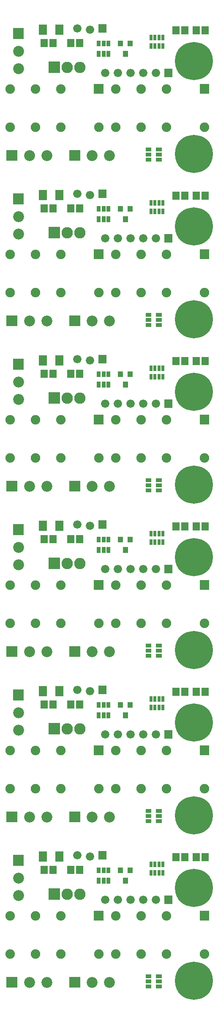
<source format=gbr>
G04 start of page 7 for group -4063 idx -4063 *
G04 Title: (unknown), componentmask *
G04 Creator: pcb 20140316 *
G04 CreationDate: Mon 23 Jul 2018 02:23:11 AM GMT UTC *
G04 For: railfan *
G04 Format: Gerber/RS-274X *
G04 PCB-Dimensions (mil): 1700.00 7700.00 *
G04 PCB-Coordinate-Origin: lower left *
%MOIN*%
%FSLAX25Y25*%
%LNTOPMASK*%
%ADD65R,0.0610X0.0610*%
%ADD64R,0.0572X0.0572*%
%ADD63R,0.0300X0.0300*%
%ADD62R,0.0227X0.0227*%
%ADD61R,0.0400X0.0400*%
%ADD60C,0.0900*%
%ADD59C,0.0860*%
%ADD58C,0.2997*%
%ADD57C,0.0660*%
%ADD56C,0.0001*%
%ADD55C,0.0750*%
G54D55*X91500Y557000D03*
X111500D03*
X78000D03*
G54D56*G36*
X77700Y507800D02*Y501200D01*
X84300D01*
Y507800D01*
X77700D01*
G37*
G54D57*X71000Y503500D03*
X61000Y504500D03*
G54D58*X153000Y536000D03*
G54D55*X131500Y557000D03*
X161500D03*
G54D58*X153000Y479000D03*
G54D56*G36*
X129700Y472800D02*Y466200D01*
X136300D01*
Y472800D01*
X129700D01*
G37*
G54D57*X123000Y469500D03*
G54D56*G36*
X157750Y460750D02*Y453250D01*
X165250D01*
Y460750D01*
X157750D01*
G37*
G54D55*X131500Y457000D03*
G54D56*G36*
X54755Y668973D02*Y660373D01*
X63355D01*
Y668973D01*
X54755D01*
G37*
G54D59*X72835Y664673D03*
X86614D03*
G54D55*X91500Y687000D03*
X78000D03*
X111500D03*
G54D57*X113000Y599500D03*
X103000D03*
X93000D03*
G54D59*X86614Y534673D03*
G54D57*X83000Y599500D03*
G54D56*G36*
X77700Y637800D02*Y631200D01*
X84300D01*
Y637800D01*
X77700D01*
G37*
G54D57*X71000Y633500D03*
X61000Y634500D03*
G54D55*X111500Y587000D03*
X91500D03*
G54D56*G36*
X74250Y590750D02*Y583250D01*
X81750D01*
Y590750D01*
X74250D01*
G37*
G54D58*X153000Y666000D03*
Y739000D03*
G54D56*G36*
X157750Y720750D02*Y713250D01*
X165250D01*
Y720750D01*
X157750D01*
G37*
G54D55*X161500Y687000D03*
G54D56*G36*
X129700Y732800D02*Y726200D01*
X136300D01*
Y732800D01*
X129700D01*
G37*
G54D55*X131500Y717000D03*
G54D57*X123000Y729500D03*
G54D55*X131500Y687000D03*
G54D58*X153000Y609000D03*
G54D56*G36*
X129700Y602800D02*Y596200D01*
X136300D01*
Y602800D01*
X129700D01*
G37*
G54D57*X123000Y599500D03*
G54D56*G36*
X157750Y590750D02*Y583250D01*
X165250D01*
Y590750D01*
X157750D01*
G37*
G54D55*X131500Y587000D03*
G54D56*G36*
X38500Y738500D02*Y729500D01*
X47500D01*
Y738500D01*
X38500D01*
G37*
G36*
X10373Y764745D02*Y756145D01*
X18973D01*
Y764745D01*
X10373D01*
G37*
G54D59*X14673Y746665D03*
Y732886D03*
G54D57*X113000Y729500D03*
X103000D03*
X93000D03*
G54D55*X111500Y717000D03*
X91500D03*
G54D60*X63000Y734000D03*
X53000D03*
G54D57*X83000Y729500D03*
G54D55*X48000Y717000D03*
X28000D03*
X8000D03*
G54D56*G36*
X74250Y720750D02*Y713250D01*
X81750D01*
Y720750D01*
X74250D01*
G37*
G36*
X77700Y767800D02*Y761200D01*
X84300D01*
Y767800D01*
X77700D01*
G37*
G54D57*X71000Y763500D03*
X61000Y764500D03*
G54D56*G36*
X5255Y668973D02*Y660373D01*
X13855D01*
Y668973D01*
X5255D01*
G37*
G54D55*X8000Y687000D03*
X28000D03*
G54D56*G36*
X54755Y538973D02*Y530373D01*
X63355D01*
Y538973D01*
X54755D01*
G37*
G54D60*X63000Y604000D03*
X53000D03*
G54D56*G36*
X38500Y608500D02*Y599500D01*
X47500D01*
Y608500D01*
X38500D01*
G37*
G54D55*X48000Y587000D03*
Y557000D03*
G54D59*X72835Y534673D03*
G54D56*G36*
X5255Y538973D02*Y530373D01*
X13855D01*
Y538973D01*
X5255D01*
G37*
G54D59*X23335Y534673D03*
X37114D03*
X23335Y664673D03*
X37114D03*
G54D55*X48000Y687000D03*
G54D56*G36*
X10373Y634745D02*Y626145D01*
X18973D01*
Y634745D01*
X10373D01*
G37*
G54D59*X14673Y616665D03*
G54D56*G36*
X10373Y504745D02*Y496145D01*
X18973D01*
Y504745D01*
X10373D01*
G37*
G54D59*X14673Y486665D03*
Y472886D03*
Y602886D03*
G54D55*X28000Y587000D03*
X8000D03*
Y557000D03*
X28000D03*
G54D56*G36*
X54755Y408973D02*Y400373D01*
X63355D01*
Y408973D01*
X54755D01*
G37*
G54D59*X72835Y404673D03*
X37114D03*
X86614D03*
G54D55*X91500Y427000D03*
X111500D03*
G54D57*X113000Y469500D03*
X103000D03*
X93000D03*
G54D55*X111500Y457000D03*
X91500D03*
G54D56*G36*
X74250Y460750D02*Y453250D01*
X81750D01*
Y460750D01*
X74250D01*
G37*
G54D55*X48000Y427000D03*
X78000D03*
G54D60*X63000Y474000D03*
G54D57*X83000Y469500D03*
G54D60*X53000Y474000D03*
G54D55*X48000Y457000D03*
X28000D03*
X8000D03*
G54D56*G36*
X38500Y478500D02*Y469500D01*
X47500D01*
Y478500D01*
X38500D01*
G37*
G36*
X5255Y408973D02*Y400373D01*
X13855D01*
Y408973D01*
X5255D01*
G37*
G54D59*X23335Y404673D03*
G54D55*X8000Y427000D03*
X28000D03*
G54D56*G36*
X10373Y374745D02*Y366145D01*
X18973D01*
Y374745D01*
X10373D01*
G37*
G54D59*X14673Y356665D03*
Y342886D03*
G54D57*X93000Y339500D03*
X83000D03*
G54D55*X91500Y327000D03*
G54D56*G36*
X74250Y330750D02*Y323250D01*
X81750D01*
Y330750D01*
X74250D01*
G37*
G36*
X77700Y377800D02*Y371200D01*
X84300D01*
Y377800D01*
X77700D01*
G37*
G54D57*X71000Y373500D03*
X61000Y374500D03*
G54D56*G36*
X54755Y278973D02*Y270373D01*
X63355D01*
Y278973D01*
X54755D01*
G37*
G54D60*X63000Y344000D03*
X53000D03*
G54D56*G36*
X38500Y348500D02*Y339500D01*
X47500D01*
Y348500D01*
X38500D01*
G37*
G54D55*X48000Y327000D03*
Y297000D03*
G54D59*X72835Y274673D03*
X86614D03*
G54D55*X91500Y297000D03*
X78000D03*
G54D56*G36*
X5255Y278973D02*Y270373D01*
X13855D01*
Y278973D01*
X5255D01*
G37*
G54D55*X8000Y297000D03*
G54D59*X23335Y274673D03*
G54D55*X28000Y297000D03*
G54D59*X37114Y274673D03*
G54D55*X28000Y327000D03*
X8000D03*
G54D58*X153000Y406000D03*
G54D55*X131500Y427000D03*
X161500D03*
G54D58*X153000Y349000D03*
G54D56*G36*
X157750Y330750D02*Y323250D01*
X165250D01*
Y330750D01*
X157750D01*
G37*
G54D55*X131500Y327000D03*
G54D56*G36*
X129700Y342800D02*Y336200D01*
X136300D01*
Y342800D01*
X129700D01*
G37*
G54D57*X123000Y339500D03*
X113000D03*
X103000D03*
G54D58*X153000Y276000D03*
G54D55*X111500Y327000D03*
Y297000D03*
X131500D03*
X161500D03*
G54D58*X153000Y219000D03*
G54D56*G36*
X157750Y200750D02*Y193250D01*
X165250D01*
Y200750D01*
X157750D01*
G37*
G36*
X129700Y212800D02*Y206200D01*
X136300D01*
Y212800D01*
X129700D01*
G37*
G54D57*X123000Y209500D03*
X113000D03*
X103000D03*
G54D55*X131500Y197000D03*
X111500D03*
G54D60*X53000Y214000D03*
G54D55*X48000Y197000D03*
X28000D03*
G54D57*X83000Y209500D03*
G54D56*G36*
X74250Y200750D02*Y193250D01*
X81750D01*
Y200750D01*
X74250D01*
G37*
G36*
X77700Y247800D02*Y241200D01*
X84300D01*
Y247800D01*
X77700D01*
G37*
G54D57*X71000Y243500D03*
G54D56*G36*
X10373Y244745D02*Y236145D01*
X18973D01*
Y244745D01*
X10373D01*
G37*
G54D59*X14673Y226665D03*
Y212886D03*
G54D55*X8000Y197000D03*
G54D56*G36*
X54755Y148973D02*Y140373D01*
X63355D01*
Y148973D01*
X54755D01*
G37*
G36*
X5255D02*Y140373D01*
X13855D01*
Y148973D01*
X5255D01*
G37*
G54D59*X23335Y144673D03*
X37114D03*
X72835D03*
X86614D03*
G54D58*X153000Y146000D03*
G54D55*X91500Y167000D03*
X8000D03*
X28000D03*
X48000D03*
X78000D03*
X111500D03*
X131500D03*
X161500D03*
G54D60*X63000Y214000D03*
G54D57*X61000Y244500D03*
G54D56*G36*
X38500Y218500D02*Y209500D01*
X47500D01*
Y218500D01*
X38500D01*
G37*
G36*
Y88500D02*Y79500D01*
X47500D01*
Y88500D01*
X38500D01*
G37*
G54D55*X48000Y67000D03*
G54D57*X93000Y209500D03*
G54D55*X91500Y197000D03*
G54D56*G36*
X77700Y117800D02*Y111200D01*
X84300D01*
Y117800D01*
X77700D01*
G37*
G36*
X54755Y18973D02*Y10373D01*
X63355D01*
Y18973D01*
X54755D01*
G37*
G54D59*X72835Y14673D03*
G54D60*X63000Y84000D03*
X53000D03*
G54D57*X71000Y113500D03*
X61000Y114500D03*
G54D58*X153000Y16000D03*
Y89000D03*
G54D56*G36*
X157750Y70750D02*Y63250D01*
X165250D01*
Y70750D01*
X157750D01*
G37*
G36*
X129700Y82800D02*Y76200D01*
X136300D01*
Y82800D01*
X129700D01*
G37*
G54D57*X123000Y79500D03*
X113000D03*
X103000D03*
G54D55*X131500Y67000D03*
X111500D03*
Y37000D03*
X131500D03*
X161500D03*
G54D56*G36*
X10373Y114745D02*Y106145D01*
X18973D01*
Y114745D01*
X10373D01*
G37*
G54D59*X14673Y96665D03*
Y82886D03*
G54D55*X28000Y67000D03*
X8000D03*
G54D59*X86614Y14673D03*
G54D55*X91500Y37000D03*
X78000D03*
G54D56*G36*
X5255Y18973D02*Y10373D01*
X13855D01*
Y18973D01*
X5255D01*
G37*
G54D59*X23335Y14673D03*
X37114D03*
G54D55*X8000Y37000D03*
X28000D03*
X48000D03*
G54D57*X93000Y79500D03*
X83000D03*
G54D55*X91500Y67000D03*
G54D56*G36*
X74250Y70750D02*Y63250D01*
X81750D01*
Y70750D01*
X74250D01*
G37*
G54D61*X102900Y623000D02*Y622400D01*
G54D62*X119276Y621587D02*Y619717D01*
X122425Y621587D02*Y619717D01*
X125575Y621587D02*Y619717D01*
X128724Y621587D02*Y619717D01*
G54D61*X95100Y623000D02*Y622400D01*
X99000Y614800D02*Y614200D01*
G54D63*X124700Y661500D02*X126300D01*
X124700Y665400D02*X126300D01*
X124700Y669300D02*X126300D01*
X116500D02*X118100D01*
X116500Y665400D02*X118100D01*
X116500Y661500D02*X118100D01*
G54D64*X154957Y633393D02*Y632607D01*
X162043Y633393D02*Y632607D01*
X146043Y633393D02*Y632607D01*
X138957Y633393D02*Y632607D01*
G54D62*X128724Y628283D02*Y626413D01*
X125575Y628283D02*Y626413D01*
X122425Y628283D02*Y626413D01*
X119276Y628283D02*Y626413D01*
G54D64*X63000Y623393D02*Y622607D01*
X55914Y623393D02*Y622607D01*
X42043Y623393D02*Y622607D01*
G54D65*X47000Y634500D02*Y632500D01*
G54D64*X34957Y623393D02*Y622607D01*
G54D65*X34000Y634500D02*Y632500D01*
G54D63*X78000Y615300D02*Y613700D01*
X81900Y615300D02*Y613700D01*
X85800Y615300D02*Y613700D01*
Y623500D02*Y621900D01*
X81900Y623500D02*Y621900D01*
X78000Y623500D02*Y621900D01*
G54D61*X102900Y753000D02*Y752400D01*
X95100Y753000D02*Y752400D01*
X99000Y744800D02*Y744200D01*
G54D64*X63000Y753393D02*Y752607D01*
X55914Y753393D02*Y752607D01*
X42043Y753393D02*Y752607D01*
X34957Y753393D02*Y752607D01*
G54D65*X34000Y764500D02*Y762500D01*
X47000Y764500D02*Y762500D01*
G54D64*X154957Y763393D02*Y762607D01*
X162043Y763393D02*Y762607D01*
X146043Y763393D02*Y762607D01*
X138957Y763393D02*Y762607D01*
G54D62*X128724Y758283D02*Y756413D01*
X125575Y758283D02*Y756413D01*
X122425Y758283D02*Y756413D01*
X119276Y758283D02*Y756413D01*
Y751587D02*Y749717D01*
X122425Y751587D02*Y749717D01*
X125575Y751587D02*Y749717D01*
X128724Y751587D02*Y749717D01*
G54D63*X78000Y745300D02*Y743700D01*
X81900Y745300D02*Y743700D01*
X85800Y745300D02*Y743700D01*
Y753500D02*Y751900D01*
X81900Y753500D02*Y751900D01*
X78000Y753500D02*Y751900D01*
X124700Y531500D02*X126300D01*
X124700Y535400D02*X126300D01*
X124700Y539300D02*X126300D01*
X116500D02*X118100D01*
X116500Y535400D02*X118100D01*
X116500Y531500D02*X118100D01*
G54D64*X42043Y493393D02*Y492607D01*
X34957Y493393D02*Y492607D01*
G54D65*X34000Y504500D02*Y502500D01*
X47000Y504500D02*Y502500D01*
G54D63*X78000Y485300D02*Y483700D01*
X81900Y485300D02*Y483700D01*
X85800Y485300D02*Y483700D01*
Y493500D02*Y491900D01*
X81900Y493500D02*Y491900D01*
X78000Y493500D02*Y491900D01*
G54D64*X63000Y493393D02*Y492607D01*
X55914Y493393D02*Y492607D01*
G54D61*X102900Y493000D02*Y492400D01*
X95100Y493000D02*Y492400D01*
X99000Y484800D02*Y484200D01*
G54D64*X154957Y503393D02*Y502607D01*
X146043Y503393D02*Y502607D01*
X162043Y503393D02*Y502607D01*
X138957Y503393D02*Y502607D01*
G54D62*X128724Y498283D02*Y496413D01*
X125575Y498283D02*Y496413D01*
X122425Y498283D02*Y496413D01*
X119276Y498283D02*Y496413D01*
X128724Y491587D02*Y489717D01*
G54D63*X124700Y401500D02*X126300D01*
X124700Y405400D02*X126300D01*
X124700Y409300D02*X126300D01*
X116500D02*X118100D01*
X116500Y405400D02*X118100D01*
X116500Y401500D02*X118100D01*
G54D62*X119276Y491587D02*Y489717D01*
X122425Y491587D02*Y489717D01*
X125575Y491587D02*Y489717D01*
G54D64*X55914Y363393D02*Y362607D01*
X42043Y363393D02*Y362607D01*
X34957Y363393D02*Y362607D01*
G54D65*X34000Y374500D02*Y372500D01*
X47000Y374500D02*Y372500D01*
G54D64*X63000Y233393D02*Y232607D01*
X55914Y233393D02*Y232607D01*
X42043Y233393D02*Y232607D01*
X34957Y233393D02*Y232607D01*
G54D65*X34000Y244500D02*Y242500D01*
X47000Y244500D02*Y242500D01*
G54D61*X102900Y233000D02*Y232400D01*
X95100Y233000D02*Y232400D01*
X99000Y224800D02*Y224200D01*
G54D63*X78000Y225300D02*Y223700D01*
X81900Y225300D02*Y223700D01*
X85800Y225300D02*Y223700D01*
Y233500D02*Y231900D01*
X81900Y233500D02*Y231900D01*
X78000Y233500D02*Y231900D01*
G54D64*X63000Y363393D02*Y362607D01*
G54D61*X102900Y363000D02*Y362400D01*
X95100Y363000D02*Y362400D01*
X99000Y354800D02*Y354200D01*
G54D63*X78000Y355300D02*Y353700D01*
X81900Y355300D02*Y353700D01*
X85800Y355300D02*Y353700D01*
Y363500D02*Y361900D01*
X81900Y363500D02*Y361900D01*
X78000Y363500D02*Y361900D01*
X124700Y271500D02*X126300D01*
X124700Y275400D02*X126300D01*
X124700Y279300D02*X126300D01*
X116500D02*X118100D01*
X116500Y275400D02*X118100D01*
X116500Y271500D02*X118100D01*
G54D64*X154957Y373393D02*Y372607D01*
Y243393D02*Y242607D01*
X146043Y243393D02*Y242607D01*
X138957Y243393D02*Y242607D01*
X162043Y373393D02*Y372607D01*
Y243393D02*Y242607D01*
G54D62*X128724Y238283D02*Y236413D01*
G54D64*X146043Y373393D02*Y372607D01*
X138957Y373393D02*Y372607D01*
G54D62*X128724Y368283D02*Y366413D01*
X125575Y368283D02*Y366413D01*
X122425Y368283D02*Y366413D01*
X119276Y368283D02*Y366413D01*
Y361587D02*Y359717D01*
X122425Y361587D02*Y359717D01*
X125575Y361587D02*Y359717D01*
X128724Y361587D02*Y359717D01*
G54D63*X116500Y149300D02*X118100D01*
G54D64*X154957Y113393D02*Y112607D01*
X162043Y113393D02*Y112607D01*
X146043Y113393D02*Y112607D01*
X138957Y113393D02*Y112607D01*
G54D63*X124700Y141500D02*X126300D01*
X124700Y145400D02*X126300D01*
X124700Y149300D02*X126300D01*
X116500Y145400D02*X118100D01*
X116500Y141500D02*X118100D01*
G54D62*X125575Y238283D02*Y236413D01*
X122425Y238283D02*Y236413D01*
Y101587D02*Y99717D01*
X125575Y101587D02*Y99717D01*
X128724Y101587D02*Y99717D01*
X119276Y238283D02*Y236413D01*
Y231587D02*Y229717D01*
G54D63*X116500Y19300D02*X118100D01*
X116500Y15400D02*X118100D01*
X116500Y11500D02*X118100D01*
G54D62*X119276Y108283D02*Y106413D01*
Y101587D02*Y99717D01*
X122425Y231587D02*Y229717D01*
X125575Y231587D02*Y229717D01*
X128724Y231587D02*Y229717D01*
G54D64*X63000Y103393D02*Y102607D01*
X55914Y103393D02*Y102607D01*
X42043Y103393D02*Y102607D01*
X34957Y103393D02*Y102607D01*
G54D65*X34000Y114500D02*Y112500D01*
X47000Y114500D02*Y112500D01*
G54D63*X124700Y11500D02*X126300D01*
X124700Y15400D02*X126300D01*
X124700Y19300D02*X126300D01*
G54D62*X128724Y108283D02*Y106413D01*
X125575Y108283D02*Y106413D01*
X122425Y108283D02*Y106413D01*
G54D61*X102900Y103000D02*Y102400D01*
X95100Y103000D02*Y102400D01*
X99000Y94800D02*Y94200D01*
G54D63*X78000Y95300D02*Y93700D01*
X81900Y95300D02*Y93700D01*
X85800Y95300D02*Y93700D01*
Y103500D02*Y101900D01*
X81900Y103500D02*Y101900D01*
X78000Y103500D02*Y101900D01*
M02*

</source>
